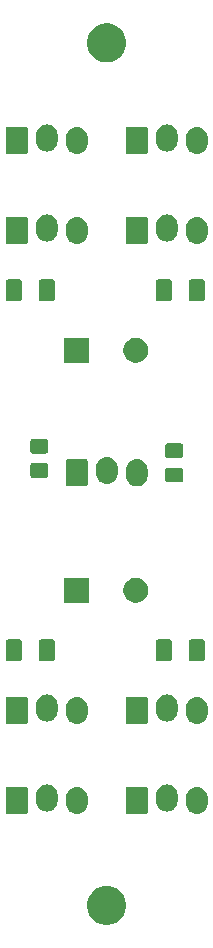
<source format=gbr>
G04 #@! TF.GenerationSoftware,KiCad,Pcbnew,(5.1.5-0-10_14)*
G04 #@! TF.CreationDate,2020-11-05T18:46:50+01:00*
G04 #@! TF.ProjectId,vm000-powerdist,766d3030-302d-4706-9f77-657264697374,rev?*
G04 #@! TF.SameCoordinates,Original*
G04 #@! TF.FileFunction,Soldermask,Top*
G04 #@! TF.FilePolarity,Negative*
%FSLAX46Y46*%
G04 Gerber Fmt 4.6, Leading zero omitted, Abs format (unit mm)*
G04 Created by KiCad (PCBNEW (5.1.5-0-10_14)) date 2020-11-05 18:46:50*
%MOMM*%
%LPD*%
G04 APERTURE LIST*
%ADD10C,0.100000*%
G04 APERTURE END LIST*
D10*
G36*
X162935256Y-124121298D02*
G01*
X163041579Y-124142447D01*
X163342042Y-124266903D01*
X163612451Y-124447585D01*
X163842415Y-124677549D01*
X164023097Y-124947958D01*
X164147553Y-125248421D01*
X164211000Y-125567391D01*
X164211000Y-125892609D01*
X164147553Y-126211579D01*
X164023097Y-126512042D01*
X163842415Y-126782451D01*
X163612451Y-127012415D01*
X163342042Y-127193097D01*
X163041579Y-127317553D01*
X162935256Y-127338702D01*
X162722611Y-127381000D01*
X162397389Y-127381000D01*
X162184744Y-127338702D01*
X162078421Y-127317553D01*
X161777958Y-127193097D01*
X161507549Y-127012415D01*
X161277585Y-126782451D01*
X161096903Y-126512042D01*
X160972447Y-126211579D01*
X160909000Y-125892609D01*
X160909000Y-125567391D01*
X160972447Y-125248421D01*
X161096903Y-124947958D01*
X161277585Y-124677549D01*
X161507549Y-124447585D01*
X161777958Y-124266903D01*
X162078421Y-124142447D01*
X162184744Y-124121298D01*
X162397389Y-124079000D01*
X162722611Y-124079000D01*
X162935256Y-124121298D01*
G37*
G36*
X170360547Y-115702326D02*
G01*
X170534156Y-115754990D01*
X170534158Y-115754991D01*
X170694155Y-115840511D01*
X170834397Y-115955603D01*
X170913729Y-116052271D01*
X170949489Y-116095844D01*
X171035010Y-116255843D01*
X171087674Y-116429452D01*
X171101000Y-116564756D01*
X171101000Y-117115243D01*
X171087674Y-117250548D01*
X171035010Y-117424157D01*
X170949489Y-117584156D01*
X170913729Y-117627729D01*
X170834397Y-117724397D01*
X170747810Y-117795456D01*
X170694156Y-117839489D01*
X170534157Y-117925010D01*
X170360548Y-117977674D01*
X170180000Y-117995456D01*
X169999453Y-117977674D01*
X169825844Y-117925010D01*
X169665845Y-117839489D01*
X169612191Y-117795456D01*
X169525604Y-117724397D01*
X169410513Y-117584157D01*
X169410512Y-117584155D01*
X169324990Y-117424157D01*
X169272326Y-117250548D01*
X169259000Y-117115244D01*
X169259000Y-116564757D01*
X169272326Y-116429453D01*
X169324990Y-116255844D01*
X169410511Y-116095845D01*
X169443339Y-116055844D01*
X169525603Y-115955603D01*
X169651388Y-115852375D01*
X169665844Y-115840511D01*
X169825843Y-115754990D01*
X169999452Y-115702326D01*
X170180000Y-115684544D01*
X170360547Y-115702326D01*
G37*
G36*
X160200547Y-115702326D02*
G01*
X160374156Y-115754990D01*
X160374158Y-115754991D01*
X160534155Y-115840511D01*
X160674397Y-115955603D01*
X160753729Y-116052271D01*
X160789489Y-116095844D01*
X160875010Y-116255843D01*
X160927674Y-116429452D01*
X160941000Y-116564756D01*
X160941000Y-117115243D01*
X160927674Y-117250548D01*
X160875010Y-117424157D01*
X160789489Y-117584156D01*
X160753729Y-117627729D01*
X160674397Y-117724397D01*
X160587810Y-117795456D01*
X160534156Y-117839489D01*
X160374157Y-117925010D01*
X160200548Y-117977674D01*
X160020000Y-117995456D01*
X159839453Y-117977674D01*
X159665844Y-117925010D01*
X159505845Y-117839489D01*
X159452191Y-117795456D01*
X159365604Y-117724397D01*
X159250513Y-117584157D01*
X159250512Y-117584155D01*
X159164990Y-117424157D01*
X159112326Y-117250548D01*
X159099000Y-117115244D01*
X159099000Y-116564757D01*
X159112326Y-116429453D01*
X159164990Y-116255844D01*
X159250511Y-116095845D01*
X159283339Y-116055844D01*
X159365603Y-115955603D01*
X159491388Y-115852375D01*
X159505844Y-115840511D01*
X159665843Y-115754990D01*
X159839452Y-115702326D01*
X160020000Y-115684544D01*
X160200547Y-115702326D01*
G37*
G36*
X165879561Y-115692966D02*
G01*
X165912383Y-115702923D01*
X165942632Y-115719092D01*
X165969148Y-115740852D01*
X165990908Y-115767368D01*
X166007077Y-115797617D01*
X166017034Y-115830439D01*
X166021000Y-115870713D01*
X166021000Y-117809287D01*
X166017034Y-117849561D01*
X166007077Y-117882383D01*
X165990908Y-117912632D01*
X165969148Y-117939148D01*
X165942632Y-117960908D01*
X165912383Y-117977077D01*
X165879561Y-117987034D01*
X165839287Y-117991000D01*
X164360713Y-117991000D01*
X164320439Y-117987034D01*
X164287617Y-117977077D01*
X164257368Y-117960908D01*
X164230852Y-117939148D01*
X164209092Y-117912632D01*
X164192923Y-117882383D01*
X164182966Y-117849561D01*
X164179000Y-117809287D01*
X164179000Y-115870713D01*
X164182966Y-115830439D01*
X164192923Y-115797617D01*
X164209092Y-115767368D01*
X164230852Y-115740852D01*
X164257368Y-115719092D01*
X164287617Y-115702923D01*
X164320439Y-115692966D01*
X164360713Y-115689000D01*
X165839287Y-115689000D01*
X165879561Y-115692966D01*
G37*
G36*
X155719561Y-115692966D02*
G01*
X155752383Y-115702923D01*
X155782632Y-115719092D01*
X155809148Y-115740852D01*
X155830908Y-115767368D01*
X155847077Y-115797617D01*
X155857034Y-115830439D01*
X155861000Y-115870713D01*
X155861000Y-117809287D01*
X155857034Y-117849561D01*
X155847077Y-117882383D01*
X155830908Y-117912632D01*
X155809148Y-117939148D01*
X155782632Y-117960908D01*
X155752383Y-117977077D01*
X155719561Y-117987034D01*
X155679287Y-117991000D01*
X154200713Y-117991000D01*
X154160439Y-117987034D01*
X154127617Y-117977077D01*
X154097368Y-117960908D01*
X154070852Y-117939148D01*
X154049092Y-117912632D01*
X154032923Y-117882383D01*
X154022966Y-117849561D01*
X154019000Y-117809287D01*
X154019000Y-115870713D01*
X154022966Y-115830439D01*
X154032923Y-115797617D01*
X154049092Y-115767368D01*
X154070852Y-115740852D01*
X154097368Y-115719092D01*
X154127617Y-115702923D01*
X154160439Y-115692966D01*
X154200713Y-115689000D01*
X155679287Y-115689000D01*
X155719561Y-115692966D01*
G37*
G36*
X157660547Y-115502326D02*
G01*
X157834156Y-115554990D01*
X157834158Y-115554991D01*
X157994155Y-115640511D01*
X158134397Y-115755603D01*
X158195812Y-115830439D01*
X158249489Y-115895844D01*
X158335010Y-116055843D01*
X158387674Y-116229452D01*
X158401000Y-116364756D01*
X158401000Y-116915243D01*
X158387674Y-117050548D01*
X158335010Y-117224157D01*
X158249489Y-117384156D01*
X158216661Y-117424157D01*
X158134397Y-117524397D01*
X158061579Y-117584156D01*
X157994156Y-117639489D01*
X157834157Y-117725010D01*
X157660548Y-117777674D01*
X157480000Y-117795456D01*
X157299453Y-117777674D01*
X157125844Y-117725010D01*
X156965845Y-117639489D01*
X156898422Y-117584156D01*
X156825604Y-117524397D01*
X156710513Y-117384157D01*
X156710512Y-117384155D01*
X156624990Y-117224157D01*
X156572326Y-117050548D01*
X156559000Y-116915244D01*
X156559000Y-116364757D01*
X156572326Y-116229453D01*
X156624990Y-116055844D01*
X156710511Y-115895845D01*
X156731136Y-115870713D01*
X156825603Y-115755603D01*
X156922271Y-115676271D01*
X156965844Y-115640511D01*
X157125843Y-115554990D01*
X157299452Y-115502326D01*
X157480000Y-115484544D01*
X157660547Y-115502326D01*
G37*
G36*
X167820547Y-115502326D02*
G01*
X167994156Y-115554990D01*
X167994158Y-115554991D01*
X168154155Y-115640511D01*
X168294397Y-115755603D01*
X168355812Y-115830439D01*
X168409489Y-115895844D01*
X168495010Y-116055843D01*
X168547674Y-116229452D01*
X168561000Y-116364756D01*
X168561000Y-116915243D01*
X168547674Y-117050548D01*
X168495010Y-117224157D01*
X168409489Y-117384156D01*
X168376661Y-117424157D01*
X168294397Y-117524397D01*
X168221579Y-117584156D01*
X168154156Y-117639489D01*
X167994157Y-117725010D01*
X167820548Y-117777674D01*
X167640000Y-117795456D01*
X167459453Y-117777674D01*
X167285844Y-117725010D01*
X167125845Y-117639489D01*
X167058422Y-117584156D01*
X166985604Y-117524397D01*
X166870513Y-117384157D01*
X166870512Y-117384155D01*
X166784990Y-117224157D01*
X166732326Y-117050548D01*
X166719000Y-116915244D01*
X166719000Y-116364757D01*
X166732326Y-116229453D01*
X166784990Y-116055844D01*
X166870511Y-115895845D01*
X166891136Y-115870713D01*
X166985603Y-115755603D01*
X167082271Y-115676271D01*
X167125844Y-115640511D01*
X167285843Y-115554990D01*
X167459452Y-115502326D01*
X167640000Y-115484544D01*
X167820547Y-115502326D01*
G37*
G36*
X160200547Y-108082326D02*
G01*
X160374156Y-108134990D01*
X160374158Y-108134991D01*
X160534155Y-108220511D01*
X160674397Y-108335603D01*
X160753729Y-108432271D01*
X160789489Y-108475844D01*
X160875010Y-108635843D01*
X160927674Y-108809452D01*
X160941000Y-108944756D01*
X160941000Y-109495243D01*
X160927674Y-109630548D01*
X160875010Y-109804157D01*
X160789489Y-109964156D01*
X160753729Y-110007729D01*
X160674397Y-110104397D01*
X160587810Y-110175456D01*
X160534156Y-110219489D01*
X160374157Y-110305010D01*
X160200548Y-110357674D01*
X160020000Y-110375456D01*
X159839453Y-110357674D01*
X159665844Y-110305010D01*
X159505845Y-110219489D01*
X159452191Y-110175456D01*
X159365604Y-110104397D01*
X159250513Y-109964157D01*
X159250512Y-109964155D01*
X159164990Y-109804157D01*
X159112326Y-109630548D01*
X159099000Y-109495244D01*
X159099000Y-108944757D01*
X159112326Y-108809453D01*
X159164990Y-108635844D01*
X159250511Y-108475845D01*
X159283339Y-108435844D01*
X159365603Y-108335603D01*
X159491388Y-108232375D01*
X159505844Y-108220511D01*
X159665843Y-108134990D01*
X159839452Y-108082326D01*
X160020000Y-108064544D01*
X160200547Y-108082326D01*
G37*
G36*
X170360547Y-108082326D02*
G01*
X170534156Y-108134990D01*
X170534158Y-108134991D01*
X170694155Y-108220511D01*
X170834397Y-108335603D01*
X170913729Y-108432271D01*
X170949489Y-108475844D01*
X171035010Y-108635843D01*
X171087674Y-108809452D01*
X171101000Y-108944756D01*
X171101000Y-109495243D01*
X171087674Y-109630548D01*
X171035010Y-109804157D01*
X170949489Y-109964156D01*
X170913729Y-110007729D01*
X170834397Y-110104397D01*
X170747810Y-110175456D01*
X170694156Y-110219489D01*
X170534157Y-110305010D01*
X170360548Y-110357674D01*
X170180000Y-110375456D01*
X169999453Y-110357674D01*
X169825844Y-110305010D01*
X169665845Y-110219489D01*
X169612191Y-110175456D01*
X169525604Y-110104397D01*
X169410513Y-109964157D01*
X169410512Y-109964155D01*
X169324990Y-109804157D01*
X169272326Y-109630548D01*
X169259000Y-109495244D01*
X169259000Y-108944757D01*
X169272326Y-108809453D01*
X169324990Y-108635844D01*
X169410511Y-108475845D01*
X169443339Y-108435844D01*
X169525603Y-108335603D01*
X169651388Y-108232375D01*
X169665844Y-108220511D01*
X169825843Y-108134990D01*
X169999452Y-108082326D01*
X170180000Y-108064544D01*
X170360547Y-108082326D01*
G37*
G36*
X165879561Y-108072966D02*
G01*
X165912383Y-108082923D01*
X165942632Y-108099092D01*
X165969148Y-108120852D01*
X165990908Y-108147368D01*
X166007077Y-108177617D01*
X166017034Y-108210439D01*
X166021000Y-108250713D01*
X166021000Y-110189287D01*
X166017034Y-110229561D01*
X166007077Y-110262383D01*
X165990908Y-110292632D01*
X165969148Y-110319148D01*
X165942632Y-110340908D01*
X165912383Y-110357077D01*
X165879561Y-110367034D01*
X165839287Y-110371000D01*
X164360713Y-110371000D01*
X164320439Y-110367034D01*
X164287617Y-110357077D01*
X164257368Y-110340908D01*
X164230852Y-110319148D01*
X164209092Y-110292632D01*
X164192923Y-110262383D01*
X164182966Y-110229561D01*
X164179000Y-110189287D01*
X164179000Y-108250713D01*
X164182966Y-108210439D01*
X164192923Y-108177617D01*
X164209092Y-108147368D01*
X164230852Y-108120852D01*
X164257368Y-108099092D01*
X164287617Y-108082923D01*
X164320439Y-108072966D01*
X164360713Y-108069000D01*
X165839287Y-108069000D01*
X165879561Y-108072966D01*
G37*
G36*
X155719561Y-108072966D02*
G01*
X155752383Y-108082923D01*
X155782632Y-108099092D01*
X155809148Y-108120852D01*
X155830908Y-108147368D01*
X155847077Y-108177617D01*
X155857034Y-108210439D01*
X155861000Y-108250713D01*
X155861000Y-110189287D01*
X155857034Y-110229561D01*
X155847077Y-110262383D01*
X155830908Y-110292632D01*
X155809148Y-110319148D01*
X155782632Y-110340908D01*
X155752383Y-110357077D01*
X155719561Y-110367034D01*
X155679287Y-110371000D01*
X154200713Y-110371000D01*
X154160439Y-110367034D01*
X154127617Y-110357077D01*
X154097368Y-110340908D01*
X154070852Y-110319148D01*
X154049092Y-110292632D01*
X154032923Y-110262383D01*
X154022966Y-110229561D01*
X154019000Y-110189287D01*
X154019000Y-108250713D01*
X154022966Y-108210439D01*
X154032923Y-108177617D01*
X154049092Y-108147368D01*
X154070852Y-108120852D01*
X154097368Y-108099092D01*
X154127617Y-108082923D01*
X154160439Y-108072966D01*
X154200713Y-108069000D01*
X155679287Y-108069000D01*
X155719561Y-108072966D01*
G37*
G36*
X157660547Y-107882326D02*
G01*
X157834156Y-107934990D01*
X157834158Y-107934991D01*
X157994155Y-108020511D01*
X158134397Y-108135603D01*
X158195812Y-108210439D01*
X158249489Y-108275844D01*
X158335010Y-108435843D01*
X158387674Y-108609452D01*
X158401000Y-108744756D01*
X158401000Y-109295243D01*
X158387674Y-109430548D01*
X158335010Y-109604157D01*
X158249489Y-109764156D01*
X158216661Y-109804157D01*
X158134397Y-109904397D01*
X158061579Y-109964156D01*
X157994156Y-110019489D01*
X157834157Y-110105010D01*
X157660548Y-110157674D01*
X157480000Y-110175456D01*
X157299453Y-110157674D01*
X157125844Y-110105010D01*
X156965845Y-110019489D01*
X156898422Y-109964156D01*
X156825604Y-109904397D01*
X156710513Y-109764157D01*
X156710512Y-109764155D01*
X156624990Y-109604157D01*
X156572326Y-109430548D01*
X156559000Y-109295244D01*
X156559000Y-108744757D01*
X156572326Y-108609453D01*
X156624990Y-108435844D01*
X156710511Y-108275845D01*
X156731136Y-108250713D01*
X156825603Y-108135603D01*
X156922271Y-108056271D01*
X156965844Y-108020511D01*
X157125843Y-107934990D01*
X157299452Y-107882326D01*
X157480000Y-107864544D01*
X157660547Y-107882326D01*
G37*
G36*
X167820547Y-107882326D02*
G01*
X167994156Y-107934990D01*
X167994158Y-107934991D01*
X168154155Y-108020511D01*
X168294397Y-108135603D01*
X168355812Y-108210439D01*
X168409489Y-108275844D01*
X168495010Y-108435843D01*
X168547674Y-108609452D01*
X168561000Y-108744756D01*
X168561000Y-109295243D01*
X168547674Y-109430548D01*
X168495010Y-109604157D01*
X168409489Y-109764156D01*
X168376661Y-109804157D01*
X168294397Y-109904397D01*
X168221579Y-109964156D01*
X168154156Y-110019489D01*
X167994157Y-110105010D01*
X167820548Y-110157674D01*
X167640000Y-110175456D01*
X167459453Y-110157674D01*
X167285844Y-110105010D01*
X167125845Y-110019489D01*
X167058422Y-109964156D01*
X166985604Y-109904397D01*
X166870513Y-109764157D01*
X166870512Y-109764155D01*
X166784990Y-109604157D01*
X166732326Y-109430548D01*
X166719000Y-109295244D01*
X166719000Y-108744757D01*
X166732326Y-108609453D01*
X166784990Y-108435844D01*
X166870511Y-108275845D01*
X166891136Y-108250713D01*
X166985603Y-108135603D01*
X167082271Y-108056271D01*
X167125844Y-108020511D01*
X167285843Y-107934990D01*
X167459452Y-107882326D01*
X167640000Y-107864544D01*
X167820547Y-107882326D01*
G37*
G36*
X157998604Y-103218347D02*
G01*
X158035144Y-103229432D01*
X158068821Y-103247433D01*
X158098341Y-103271659D01*
X158122567Y-103301179D01*
X158140568Y-103334856D01*
X158151653Y-103371396D01*
X158156000Y-103415538D01*
X158156000Y-104864462D01*
X158151653Y-104908604D01*
X158140568Y-104945144D01*
X158122567Y-104978821D01*
X158098341Y-105008341D01*
X158068821Y-105032567D01*
X158035144Y-105050568D01*
X157998604Y-105061653D01*
X157954462Y-105066000D01*
X157005538Y-105066000D01*
X156961396Y-105061653D01*
X156924856Y-105050568D01*
X156891179Y-105032567D01*
X156861659Y-105008341D01*
X156837433Y-104978821D01*
X156819432Y-104945144D01*
X156808347Y-104908604D01*
X156804000Y-104864462D01*
X156804000Y-103415538D01*
X156808347Y-103371396D01*
X156819432Y-103334856D01*
X156837433Y-103301179D01*
X156861659Y-103271659D01*
X156891179Y-103247433D01*
X156924856Y-103229432D01*
X156961396Y-103218347D01*
X157005538Y-103214000D01*
X157954462Y-103214000D01*
X157998604Y-103218347D01*
G37*
G36*
X167898604Y-103218347D02*
G01*
X167935144Y-103229432D01*
X167968821Y-103247433D01*
X167998341Y-103271659D01*
X168022567Y-103301179D01*
X168040568Y-103334856D01*
X168051653Y-103371396D01*
X168056000Y-103415538D01*
X168056000Y-104864462D01*
X168051653Y-104908604D01*
X168040568Y-104945144D01*
X168022567Y-104978821D01*
X167998341Y-105008341D01*
X167968821Y-105032567D01*
X167935144Y-105050568D01*
X167898604Y-105061653D01*
X167854462Y-105066000D01*
X166905538Y-105066000D01*
X166861396Y-105061653D01*
X166824856Y-105050568D01*
X166791179Y-105032567D01*
X166761659Y-105008341D01*
X166737433Y-104978821D01*
X166719432Y-104945144D01*
X166708347Y-104908604D01*
X166704000Y-104864462D01*
X166704000Y-103415538D01*
X166708347Y-103371396D01*
X166719432Y-103334856D01*
X166737433Y-103301179D01*
X166761659Y-103271659D01*
X166791179Y-103247433D01*
X166824856Y-103229432D01*
X166861396Y-103218347D01*
X166905538Y-103214000D01*
X167854462Y-103214000D01*
X167898604Y-103218347D01*
G37*
G36*
X170698604Y-103218347D02*
G01*
X170735144Y-103229432D01*
X170768821Y-103247433D01*
X170798341Y-103271659D01*
X170822567Y-103301179D01*
X170840568Y-103334856D01*
X170851653Y-103371396D01*
X170856000Y-103415538D01*
X170856000Y-104864462D01*
X170851653Y-104908604D01*
X170840568Y-104945144D01*
X170822567Y-104978821D01*
X170798341Y-105008341D01*
X170768821Y-105032567D01*
X170735144Y-105050568D01*
X170698604Y-105061653D01*
X170654462Y-105066000D01*
X169705538Y-105066000D01*
X169661396Y-105061653D01*
X169624856Y-105050568D01*
X169591179Y-105032567D01*
X169561659Y-105008341D01*
X169537433Y-104978821D01*
X169519432Y-104945144D01*
X169508347Y-104908604D01*
X169504000Y-104864462D01*
X169504000Y-103415538D01*
X169508347Y-103371396D01*
X169519432Y-103334856D01*
X169537433Y-103301179D01*
X169561659Y-103271659D01*
X169591179Y-103247433D01*
X169624856Y-103229432D01*
X169661396Y-103218347D01*
X169705538Y-103214000D01*
X170654462Y-103214000D01*
X170698604Y-103218347D01*
G37*
G36*
X155198604Y-103218347D02*
G01*
X155235144Y-103229432D01*
X155268821Y-103247433D01*
X155298341Y-103271659D01*
X155322567Y-103301179D01*
X155340568Y-103334856D01*
X155351653Y-103371396D01*
X155356000Y-103415538D01*
X155356000Y-104864462D01*
X155351653Y-104908604D01*
X155340568Y-104945144D01*
X155322567Y-104978821D01*
X155298341Y-105008341D01*
X155268821Y-105032567D01*
X155235144Y-105050568D01*
X155198604Y-105061653D01*
X155154462Y-105066000D01*
X154205538Y-105066000D01*
X154161396Y-105061653D01*
X154124856Y-105050568D01*
X154091179Y-105032567D01*
X154061659Y-105008341D01*
X154037433Y-104978821D01*
X154019432Y-104945144D01*
X154008347Y-104908604D01*
X154004000Y-104864462D01*
X154004000Y-103415538D01*
X154008347Y-103371396D01*
X154019432Y-103334856D01*
X154037433Y-103301179D01*
X154061659Y-103271659D01*
X154091179Y-103247433D01*
X154124856Y-103229432D01*
X154161396Y-103218347D01*
X154205538Y-103214000D01*
X155154462Y-103214000D01*
X155198604Y-103218347D01*
G37*
G36*
X161071000Y-100111000D02*
G01*
X158969000Y-100111000D01*
X158969000Y-98009000D01*
X161071000Y-98009000D01*
X161071000Y-100111000D01*
G37*
G36*
X165326564Y-98049389D02*
G01*
X165517833Y-98128615D01*
X165517835Y-98128616D01*
X165689973Y-98243635D01*
X165836365Y-98390027D01*
X165951385Y-98562167D01*
X166030611Y-98753436D01*
X166071000Y-98956484D01*
X166071000Y-99163516D01*
X166030611Y-99366564D01*
X165951385Y-99557833D01*
X165951384Y-99557835D01*
X165836365Y-99729973D01*
X165689973Y-99876365D01*
X165517835Y-99991384D01*
X165517834Y-99991385D01*
X165517833Y-99991385D01*
X165326564Y-100070611D01*
X165123516Y-100111000D01*
X164916484Y-100111000D01*
X164713436Y-100070611D01*
X164522167Y-99991385D01*
X164522166Y-99991385D01*
X164522165Y-99991384D01*
X164350027Y-99876365D01*
X164203635Y-99729973D01*
X164088616Y-99557835D01*
X164088615Y-99557833D01*
X164009389Y-99366564D01*
X163969000Y-99163516D01*
X163969000Y-98956484D01*
X164009389Y-98753436D01*
X164088615Y-98562167D01*
X164203635Y-98390027D01*
X164350027Y-98243635D01*
X164522165Y-98128616D01*
X164522167Y-98128615D01*
X164713436Y-98049389D01*
X164916484Y-98009000D01*
X165123516Y-98009000D01*
X165326564Y-98049389D01*
G37*
G36*
X165280547Y-87962326D02*
G01*
X165454156Y-88014990D01*
X165454158Y-88014991D01*
X165614155Y-88100511D01*
X165754397Y-88215603D01*
X165815369Y-88289899D01*
X165869489Y-88355844D01*
X165955010Y-88515843D01*
X166007674Y-88689452D01*
X166021000Y-88824756D01*
X166021000Y-89375243D01*
X166007674Y-89510548D01*
X165955010Y-89684157D01*
X165869489Y-89844156D01*
X165838813Y-89881534D01*
X165754397Y-89984397D01*
X165667810Y-90055456D01*
X165614156Y-90099489D01*
X165454157Y-90185010D01*
X165280548Y-90237674D01*
X165100000Y-90255456D01*
X164919453Y-90237674D01*
X164745844Y-90185010D01*
X164585845Y-90099489D01*
X164532191Y-90055456D01*
X164445604Y-89984397D01*
X164330513Y-89844157D01*
X164330512Y-89844155D01*
X164244990Y-89684157D01*
X164192326Y-89510548D01*
X164179000Y-89375244D01*
X164179000Y-88824757D01*
X164192326Y-88689453D01*
X164244990Y-88515844D01*
X164330511Y-88355845D01*
X164348888Y-88333452D01*
X164445603Y-88215603D01*
X164571388Y-88112375D01*
X164585844Y-88100511D01*
X164745843Y-88014990D01*
X164919452Y-87962326D01*
X165100000Y-87944544D01*
X165280547Y-87962326D01*
G37*
G36*
X160799561Y-87952966D02*
G01*
X160832383Y-87962923D01*
X160862632Y-87979092D01*
X160889148Y-88000852D01*
X160910908Y-88027368D01*
X160927077Y-88057617D01*
X160937034Y-88090439D01*
X160941000Y-88130713D01*
X160941000Y-90069287D01*
X160937034Y-90109561D01*
X160927077Y-90142383D01*
X160910908Y-90172632D01*
X160889148Y-90199148D01*
X160862632Y-90220908D01*
X160832383Y-90237077D01*
X160799561Y-90247034D01*
X160759287Y-90251000D01*
X159280713Y-90251000D01*
X159240439Y-90247034D01*
X159207617Y-90237077D01*
X159177368Y-90220908D01*
X159150852Y-90199148D01*
X159129092Y-90172632D01*
X159112923Y-90142383D01*
X159102966Y-90109561D01*
X159099000Y-90069287D01*
X159099000Y-88130713D01*
X159102966Y-88090439D01*
X159112923Y-88057617D01*
X159129092Y-88027368D01*
X159150852Y-88000852D01*
X159177368Y-87979092D01*
X159207617Y-87962923D01*
X159240439Y-87952966D01*
X159280713Y-87949000D01*
X160759287Y-87949000D01*
X160799561Y-87952966D01*
G37*
G36*
X162740547Y-87762326D02*
G01*
X162914156Y-87814990D01*
X162914158Y-87814991D01*
X163074155Y-87900511D01*
X163214397Y-88015603D01*
X163275812Y-88090439D01*
X163329489Y-88155844D01*
X163415010Y-88315843D01*
X163467674Y-88489452D01*
X163481000Y-88624756D01*
X163481000Y-89175243D01*
X163467674Y-89310548D01*
X163415010Y-89484157D01*
X163329489Y-89644156D01*
X163296661Y-89684157D01*
X163214397Y-89784397D01*
X163117729Y-89863729D01*
X163074156Y-89899489D01*
X162914157Y-89985010D01*
X162740548Y-90037674D01*
X162560000Y-90055456D01*
X162379453Y-90037674D01*
X162205844Y-89985010D01*
X162045845Y-89899489D01*
X162002272Y-89863729D01*
X161905604Y-89784397D01*
X161790513Y-89644157D01*
X161790512Y-89644155D01*
X161704990Y-89484157D01*
X161652326Y-89310548D01*
X161639000Y-89175244D01*
X161639000Y-88624757D01*
X161652326Y-88489453D01*
X161704990Y-88315844D01*
X161724561Y-88279230D01*
X161790511Y-88155845D01*
X161905603Y-88015603D01*
X162002271Y-87936271D01*
X162045844Y-87900511D01*
X162205843Y-87814990D01*
X162379452Y-87762326D01*
X162560000Y-87744544D01*
X162740547Y-87762326D01*
G37*
G36*
X168863674Y-88668465D02*
G01*
X168901367Y-88679899D01*
X168936103Y-88698466D01*
X168966548Y-88723452D01*
X168991534Y-88753897D01*
X169010101Y-88788633D01*
X169021535Y-88826326D01*
X169026000Y-88871661D01*
X169026000Y-89708339D01*
X169021535Y-89753674D01*
X169010101Y-89791367D01*
X168991534Y-89826103D01*
X168966548Y-89856548D01*
X168936103Y-89881534D01*
X168901367Y-89900101D01*
X168863674Y-89911535D01*
X168818339Y-89916000D01*
X167731661Y-89916000D01*
X167686326Y-89911535D01*
X167648633Y-89900101D01*
X167613897Y-89881534D01*
X167583452Y-89856548D01*
X167558466Y-89826103D01*
X167539899Y-89791367D01*
X167528465Y-89753674D01*
X167524000Y-89708339D01*
X167524000Y-88871661D01*
X167528465Y-88826326D01*
X167539899Y-88788633D01*
X167558466Y-88753897D01*
X167583452Y-88723452D01*
X167613897Y-88698466D01*
X167648633Y-88679899D01*
X167686326Y-88668465D01*
X167731661Y-88664000D01*
X168818339Y-88664000D01*
X168863674Y-88668465D01*
G37*
G36*
X157433674Y-88278465D02*
G01*
X157471367Y-88289899D01*
X157506103Y-88308466D01*
X157536548Y-88333452D01*
X157561534Y-88363897D01*
X157580101Y-88398633D01*
X157591535Y-88436326D01*
X157596000Y-88481661D01*
X157596000Y-89318339D01*
X157591535Y-89363674D01*
X157580101Y-89401367D01*
X157561534Y-89436103D01*
X157536548Y-89466548D01*
X157506103Y-89491534D01*
X157471367Y-89510101D01*
X157433674Y-89521535D01*
X157388339Y-89526000D01*
X156301661Y-89526000D01*
X156256326Y-89521535D01*
X156218633Y-89510101D01*
X156183897Y-89491534D01*
X156153452Y-89466548D01*
X156128466Y-89436103D01*
X156109899Y-89401367D01*
X156098465Y-89363674D01*
X156094000Y-89318339D01*
X156094000Y-88481661D01*
X156098465Y-88436326D01*
X156109899Y-88398633D01*
X156128466Y-88363897D01*
X156153452Y-88333452D01*
X156183897Y-88308466D01*
X156218633Y-88289899D01*
X156256326Y-88278465D01*
X156301661Y-88274000D01*
X157388339Y-88274000D01*
X157433674Y-88278465D01*
G37*
G36*
X168863674Y-86618465D02*
G01*
X168901367Y-86629899D01*
X168936103Y-86648466D01*
X168966548Y-86673452D01*
X168991534Y-86703897D01*
X169010101Y-86738633D01*
X169021535Y-86776326D01*
X169026000Y-86821661D01*
X169026000Y-87658339D01*
X169021535Y-87703674D01*
X169010101Y-87741367D01*
X168991534Y-87776103D01*
X168966548Y-87806548D01*
X168936103Y-87831534D01*
X168901367Y-87850101D01*
X168863674Y-87861535D01*
X168818339Y-87866000D01*
X167731661Y-87866000D01*
X167686326Y-87861535D01*
X167648633Y-87850101D01*
X167613897Y-87831534D01*
X167583452Y-87806548D01*
X167558466Y-87776103D01*
X167539899Y-87741367D01*
X167528465Y-87703674D01*
X167524000Y-87658339D01*
X167524000Y-86821661D01*
X167528465Y-86776326D01*
X167539899Y-86738633D01*
X167558466Y-86703897D01*
X167583452Y-86673452D01*
X167613897Y-86648466D01*
X167648633Y-86629899D01*
X167686326Y-86618465D01*
X167731661Y-86614000D01*
X168818339Y-86614000D01*
X168863674Y-86618465D01*
G37*
G36*
X157433674Y-86228465D02*
G01*
X157471367Y-86239899D01*
X157506103Y-86258466D01*
X157536548Y-86283452D01*
X157561534Y-86313897D01*
X157580101Y-86348633D01*
X157591535Y-86386326D01*
X157596000Y-86431661D01*
X157596000Y-87268339D01*
X157591535Y-87313674D01*
X157580101Y-87351367D01*
X157561534Y-87386103D01*
X157536548Y-87416548D01*
X157506103Y-87441534D01*
X157471367Y-87460101D01*
X157433674Y-87471535D01*
X157388339Y-87476000D01*
X156301661Y-87476000D01*
X156256326Y-87471535D01*
X156218633Y-87460101D01*
X156183897Y-87441534D01*
X156153452Y-87416548D01*
X156128466Y-87386103D01*
X156109899Y-87351367D01*
X156098465Y-87313674D01*
X156094000Y-87268339D01*
X156094000Y-86431661D01*
X156098465Y-86386326D01*
X156109899Y-86348633D01*
X156128466Y-86313897D01*
X156153452Y-86283452D01*
X156183897Y-86258466D01*
X156218633Y-86239899D01*
X156256326Y-86228465D01*
X156301661Y-86224000D01*
X157388339Y-86224000D01*
X157433674Y-86228465D01*
G37*
G36*
X161071000Y-79791000D02*
G01*
X158969000Y-79791000D01*
X158969000Y-77689000D01*
X161071000Y-77689000D01*
X161071000Y-79791000D01*
G37*
G36*
X165326564Y-77729389D02*
G01*
X165517833Y-77808615D01*
X165517835Y-77808616D01*
X165689973Y-77923635D01*
X165836365Y-78070027D01*
X165951385Y-78242167D01*
X166030611Y-78433436D01*
X166071000Y-78636484D01*
X166071000Y-78843516D01*
X166030611Y-79046564D01*
X165951385Y-79237833D01*
X165951384Y-79237835D01*
X165836365Y-79409973D01*
X165689973Y-79556365D01*
X165517835Y-79671384D01*
X165517834Y-79671385D01*
X165517833Y-79671385D01*
X165326564Y-79750611D01*
X165123516Y-79791000D01*
X164916484Y-79791000D01*
X164713436Y-79750611D01*
X164522167Y-79671385D01*
X164522166Y-79671385D01*
X164522165Y-79671384D01*
X164350027Y-79556365D01*
X164203635Y-79409973D01*
X164088616Y-79237835D01*
X164088615Y-79237833D01*
X164009389Y-79046564D01*
X163969000Y-78843516D01*
X163969000Y-78636484D01*
X164009389Y-78433436D01*
X164088615Y-78242167D01*
X164203635Y-78070027D01*
X164350027Y-77923635D01*
X164522165Y-77808616D01*
X164522167Y-77808615D01*
X164713436Y-77729389D01*
X164916484Y-77689000D01*
X165123516Y-77689000D01*
X165326564Y-77729389D01*
G37*
G36*
X155198604Y-72738347D02*
G01*
X155235144Y-72749432D01*
X155268821Y-72767433D01*
X155298341Y-72791659D01*
X155322567Y-72821179D01*
X155340568Y-72854856D01*
X155351653Y-72891396D01*
X155356000Y-72935538D01*
X155356000Y-74384462D01*
X155351653Y-74428604D01*
X155340568Y-74465144D01*
X155322567Y-74498821D01*
X155298341Y-74528341D01*
X155268821Y-74552567D01*
X155235144Y-74570568D01*
X155198604Y-74581653D01*
X155154462Y-74586000D01*
X154205538Y-74586000D01*
X154161396Y-74581653D01*
X154124856Y-74570568D01*
X154091179Y-74552567D01*
X154061659Y-74528341D01*
X154037433Y-74498821D01*
X154019432Y-74465144D01*
X154008347Y-74428604D01*
X154004000Y-74384462D01*
X154004000Y-72935538D01*
X154008347Y-72891396D01*
X154019432Y-72854856D01*
X154037433Y-72821179D01*
X154061659Y-72791659D01*
X154091179Y-72767433D01*
X154124856Y-72749432D01*
X154161396Y-72738347D01*
X154205538Y-72734000D01*
X155154462Y-72734000D01*
X155198604Y-72738347D01*
G37*
G36*
X157998604Y-72738347D02*
G01*
X158035144Y-72749432D01*
X158068821Y-72767433D01*
X158098341Y-72791659D01*
X158122567Y-72821179D01*
X158140568Y-72854856D01*
X158151653Y-72891396D01*
X158156000Y-72935538D01*
X158156000Y-74384462D01*
X158151653Y-74428604D01*
X158140568Y-74465144D01*
X158122567Y-74498821D01*
X158098341Y-74528341D01*
X158068821Y-74552567D01*
X158035144Y-74570568D01*
X157998604Y-74581653D01*
X157954462Y-74586000D01*
X157005538Y-74586000D01*
X156961396Y-74581653D01*
X156924856Y-74570568D01*
X156891179Y-74552567D01*
X156861659Y-74528341D01*
X156837433Y-74498821D01*
X156819432Y-74465144D01*
X156808347Y-74428604D01*
X156804000Y-74384462D01*
X156804000Y-72935538D01*
X156808347Y-72891396D01*
X156819432Y-72854856D01*
X156837433Y-72821179D01*
X156861659Y-72791659D01*
X156891179Y-72767433D01*
X156924856Y-72749432D01*
X156961396Y-72738347D01*
X157005538Y-72734000D01*
X157954462Y-72734000D01*
X157998604Y-72738347D01*
G37*
G36*
X170698604Y-72738347D02*
G01*
X170735144Y-72749432D01*
X170768821Y-72767433D01*
X170798341Y-72791659D01*
X170822567Y-72821179D01*
X170840568Y-72854856D01*
X170851653Y-72891396D01*
X170856000Y-72935538D01*
X170856000Y-74384462D01*
X170851653Y-74428604D01*
X170840568Y-74465144D01*
X170822567Y-74498821D01*
X170798341Y-74528341D01*
X170768821Y-74552567D01*
X170735144Y-74570568D01*
X170698604Y-74581653D01*
X170654462Y-74586000D01*
X169705538Y-74586000D01*
X169661396Y-74581653D01*
X169624856Y-74570568D01*
X169591179Y-74552567D01*
X169561659Y-74528341D01*
X169537433Y-74498821D01*
X169519432Y-74465144D01*
X169508347Y-74428604D01*
X169504000Y-74384462D01*
X169504000Y-72935538D01*
X169508347Y-72891396D01*
X169519432Y-72854856D01*
X169537433Y-72821179D01*
X169561659Y-72791659D01*
X169591179Y-72767433D01*
X169624856Y-72749432D01*
X169661396Y-72738347D01*
X169705538Y-72734000D01*
X170654462Y-72734000D01*
X170698604Y-72738347D01*
G37*
G36*
X167898604Y-72738347D02*
G01*
X167935144Y-72749432D01*
X167968821Y-72767433D01*
X167998341Y-72791659D01*
X168022567Y-72821179D01*
X168040568Y-72854856D01*
X168051653Y-72891396D01*
X168056000Y-72935538D01*
X168056000Y-74384462D01*
X168051653Y-74428604D01*
X168040568Y-74465144D01*
X168022567Y-74498821D01*
X167998341Y-74528341D01*
X167968821Y-74552567D01*
X167935144Y-74570568D01*
X167898604Y-74581653D01*
X167854462Y-74586000D01*
X166905538Y-74586000D01*
X166861396Y-74581653D01*
X166824856Y-74570568D01*
X166791179Y-74552567D01*
X166761659Y-74528341D01*
X166737433Y-74498821D01*
X166719432Y-74465144D01*
X166708347Y-74428604D01*
X166704000Y-74384462D01*
X166704000Y-72935538D01*
X166708347Y-72891396D01*
X166719432Y-72854856D01*
X166737433Y-72821179D01*
X166761659Y-72791659D01*
X166791179Y-72767433D01*
X166824856Y-72749432D01*
X166861396Y-72738347D01*
X166905538Y-72734000D01*
X167854462Y-72734000D01*
X167898604Y-72738347D01*
G37*
G36*
X170360547Y-67442326D02*
G01*
X170534156Y-67494990D01*
X170534158Y-67494991D01*
X170694155Y-67580511D01*
X170834397Y-67695603D01*
X170913729Y-67792271D01*
X170949489Y-67835844D01*
X171035010Y-67995843D01*
X171087674Y-68169452D01*
X171101000Y-68304756D01*
X171101000Y-68855243D01*
X171087674Y-68990548D01*
X171035010Y-69164157D01*
X170949489Y-69324156D01*
X170913729Y-69367729D01*
X170834397Y-69464397D01*
X170747810Y-69535456D01*
X170694156Y-69579489D01*
X170534157Y-69665010D01*
X170360548Y-69717674D01*
X170180000Y-69735456D01*
X169999453Y-69717674D01*
X169825844Y-69665010D01*
X169665845Y-69579489D01*
X169612191Y-69535456D01*
X169525604Y-69464397D01*
X169410513Y-69324157D01*
X169410512Y-69324155D01*
X169324990Y-69164157D01*
X169272326Y-68990548D01*
X169259000Y-68855244D01*
X169259000Y-68304757D01*
X169272326Y-68169453D01*
X169324990Y-67995844D01*
X169410511Y-67835845D01*
X169443339Y-67795844D01*
X169525603Y-67695603D01*
X169651388Y-67592375D01*
X169665844Y-67580511D01*
X169825843Y-67494990D01*
X169999452Y-67442326D01*
X170180000Y-67424544D01*
X170360547Y-67442326D01*
G37*
G36*
X160200547Y-67442326D02*
G01*
X160374156Y-67494990D01*
X160374158Y-67494991D01*
X160534155Y-67580511D01*
X160674397Y-67695603D01*
X160753729Y-67792271D01*
X160789489Y-67835844D01*
X160875010Y-67995843D01*
X160927674Y-68169452D01*
X160941000Y-68304756D01*
X160941000Y-68855243D01*
X160927674Y-68990548D01*
X160875010Y-69164157D01*
X160789489Y-69324156D01*
X160753729Y-69367729D01*
X160674397Y-69464397D01*
X160587810Y-69535456D01*
X160534156Y-69579489D01*
X160374157Y-69665010D01*
X160200548Y-69717674D01*
X160020000Y-69735456D01*
X159839453Y-69717674D01*
X159665844Y-69665010D01*
X159505845Y-69579489D01*
X159452191Y-69535456D01*
X159365604Y-69464397D01*
X159250513Y-69324157D01*
X159250512Y-69324155D01*
X159164990Y-69164157D01*
X159112326Y-68990548D01*
X159099000Y-68855244D01*
X159099000Y-68304757D01*
X159112326Y-68169453D01*
X159164990Y-67995844D01*
X159250511Y-67835845D01*
X159283339Y-67795844D01*
X159365603Y-67695603D01*
X159491388Y-67592375D01*
X159505844Y-67580511D01*
X159665843Y-67494990D01*
X159839452Y-67442326D01*
X160020000Y-67424544D01*
X160200547Y-67442326D01*
G37*
G36*
X165879561Y-67432966D02*
G01*
X165912383Y-67442923D01*
X165942632Y-67459092D01*
X165969148Y-67480852D01*
X165990908Y-67507368D01*
X166007077Y-67537617D01*
X166017034Y-67570439D01*
X166021000Y-67610713D01*
X166021000Y-69549287D01*
X166017034Y-69589561D01*
X166007077Y-69622383D01*
X165990908Y-69652632D01*
X165969148Y-69679148D01*
X165942632Y-69700908D01*
X165912383Y-69717077D01*
X165879561Y-69727034D01*
X165839287Y-69731000D01*
X164360713Y-69731000D01*
X164320439Y-69727034D01*
X164287617Y-69717077D01*
X164257368Y-69700908D01*
X164230852Y-69679148D01*
X164209092Y-69652632D01*
X164192923Y-69622383D01*
X164182966Y-69589561D01*
X164179000Y-69549287D01*
X164179000Y-67610713D01*
X164182966Y-67570439D01*
X164192923Y-67537617D01*
X164209092Y-67507368D01*
X164230852Y-67480852D01*
X164257368Y-67459092D01*
X164287617Y-67442923D01*
X164320439Y-67432966D01*
X164360713Y-67429000D01*
X165839287Y-67429000D01*
X165879561Y-67432966D01*
G37*
G36*
X155719561Y-67432966D02*
G01*
X155752383Y-67442923D01*
X155782632Y-67459092D01*
X155809148Y-67480852D01*
X155830908Y-67507368D01*
X155847077Y-67537617D01*
X155857034Y-67570439D01*
X155861000Y-67610713D01*
X155861000Y-69549287D01*
X155857034Y-69589561D01*
X155847077Y-69622383D01*
X155830908Y-69652632D01*
X155809148Y-69679148D01*
X155782632Y-69700908D01*
X155752383Y-69717077D01*
X155719561Y-69727034D01*
X155679287Y-69731000D01*
X154200713Y-69731000D01*
X154160439Y-69727034D01*
X154127617Y-69717077D01*
X154097368Y-69700908D01*
X154070852Y-69679148D01*
X154049092Y-69652632D01*
X154032923Y-69622383D01*
X154022966Y-69589561D01*
X154019000Y-69549287D01*
X154019000Y-67610713D01*
X154022966Y-67570439D01*
X154032923Y-67537617D01*
X154049092Y-67507368D01*
X154070852Y-67480852D01*
X154097368Y-67459092D01*
X154127617Y-67442923D01*
X154160439Y-67432966D01*
X154200713Y-67429000D01*
X155679287Y-67429000D01*
X155719561Y-67432966D01*
G37*
G36*
X167820547Y-67242326D02*
G01*
X167994156Y-67294990D01*
X167994158Y-67294991D01*
X168154155Y-67380511D01*
X168294397Y-67495603D01*
X168355812Y-67570439D01*
X168409489Y-67635844D01*
X168495010Y-67795843D01*
X168547674Y-67969452D01*
X168561000Y-68104756D01*
X168561000Y-68655243D01*
X168547674Y-68790548D01*
X168495010Y-68964157D01*
X168409489Y-69124156D01*
X168376661Y-69164157D01*
X168294397Y-69264397D01*
X168221579Y-69324156D01*
X168154156Y-69379489D01*
X167994157Y-69465010D01*
X167820548Y-69517674D01*
X167640000Y-69535456D01*
X167459453Y-69517674D01*
X167285844Y-69465010D01*
X167125845Y-69379489D01*
X167058422Y-69324156D01*
X166985604Y-69264397D01*
X166870513Y-69124157D01*
X166870512Y-69124155D01*
X166784990Y-68964157D01*
X166732326Y-68790548D01*
X166719000Y-68655244D01*
X166719000Y-68104757D01*
X166732326Y-67969453D01*
X166784990Y-67795844D01*
X166870511Y-67635845D01*
X166891136Y-67610713D01*
X166985603Y-67495603D01*
X167082271Y-67416271D01*
X167125844Y-67380511D01*
X167285843Y-67294990D01*
X167459452Y-67242326D01*
X167640000Y-67224544D01*
X167820547Y-67242326D01*
G37*
G36*
X157660547Y-67242326D02*
G01*
X157834156Y-67294990D01*
X157834158Y-67294991D01*
X157994155Y-67380511D01*
X158134397Y-67495603D01*
X158195812Y-67570439D01*
X158249489Y-67635844D01*
X158335010Y-67795843D01*
X158387674Y-67969452D01*
X158401000Y-68104756D01*
X158401000Y-68655243D01*
X158387674Y-68790548D01*
X158335010Y-68964157D01*
X158249489Y-69124156D01*
X158216661Y-69164157D01*
X158134397Y-69264397D01*
X158061579Y-69324156D01*
X157994156Y-69379489D01*
X157834157Y-69465010D01*
X157660548Y-69517674D01*
X157480000Y-69535456D01*
X157299453Y-69517674D01*
X157125844Y-69465010D01*
X156965845Y-69379489D01*
X156898422Y-69324156D01*
X156825604Y-69264397D01*
X156710513Y-69124157D01*
X156710512Y-69124155D01*
X156624990Y-68964157D01*
X156572326Y-68790548D01*
X156559000Y-68655244D01*
X156559000Y-68104757D01*
X156572326Y-67969453D01*
X156624990Y-67795844D01*
X156710511Y-67635845D01*
X156731136Y-67610713D01*
X156825603Y-67495603D01*
X156922271Y-67416271D01*
X156965844Y-67380511D01*
X157125843Y-67294990D01*
X157299452Y-67242326D01*
X157480000Y-67224544D01*
X157660547Y-67242326D01*
G37*
G36*
X170360547Y-59822326D02*
G01*
X170534156Y-59874990D01*
X170534158Y-59874991D01*
X170694155Y-59960511D01*
X170834397Y-60075603D01*
X170913729Y-60172271D01*
X170949489Y-60215844D01*
X171035010Y-60375843D01*
X171087674Y-60549452D01*
X171101000Y-60684756D01*
X171101000Y-61235243D01*
X171087674Y-61370548D01*
X171035010Y-61544157D01*
X170949489Y-61704156D01*
X170913729Y-61747729D01*
X170834397Y-61844397D01*
X170747810Y-61915456D01*
X170694156Y-61959489D01*
X170534157Y-62045010D01*
X170360548Y-62097674D01*
X170180000Y-62115456D01*
X169999453Y-62097674D01*
X169825844Y-62045010D01*
X169665845Y-61959489D01*
X169612191Y-61915456D01*
X169525604Y-61844397D01*
X169410513Y-61704157D01*
X169410512Y-61704155D01*
X169324990Y-61544157D01*
X169272326Y-61370548D01*
X169259000Y-61235244D01*
X169259000Y-60684757D01*
X169272326Y-60549453D01*
X169324990Y-60375844D01*
X169410511Y-60215845D01*
X169443339Y-60175844D01*
X169525603Y-60075603D01*
X169651388Y-59972375D01*
X169665844Y-59960511D01*
X169825843Y-59874990D01*
X169999452Y-59822326D01*
X170180000Y-59804544D01*
X170360547Y-59822326D01*
G37*
G36*
X160200547Y-59822326D02*
G01*
X160374156Y-59874990D01*
X160374158Y-59874991D01*
X160534155Y-59960511D01*
X160674397Y-60075603D01*
X160753729Y-60172271D01*
X160789489Y-60215844D01*
X160875010Y-60375843D01*
X160927674Y-60549452D01*
X160941000Y-60684756D01*
X160941000Y-61235243D01*
X160927674Y-61370548D01*
X160875010Y-61544157D01*
X160789489Y-61704156D01*
X160753729Y-61747729D01*
X160674397Y-61844397D01*
X160587810Y-61915456D01*
X160534156Y-61959489D01*
X160374157Y-62045010D01*
X160200548Y-62097674D01*
X160020000Y-62115456D01*
X159839453Y-62097674D01*
X159665844Y-62045010D01*
X159505845Y-61959489D01*
X159452191Y-61915456D01*
X159365604Y-61844397D01*
X159250513Y-61704157D01*
X159250512Y-61704155D01*
X159164990Y-61544157D01*
X159112326Y-61370548D01*
X159099000Y-61235244D01*
X159099000Y-60684757D01*
X159112326Y-60549453D01*
X159164990Y-60375844D01*
X159250511Y-60215845D01*
X159283339Y-60175844D01*
X159365603Y-60075603D01*
X159491388Y-59972375D01*
X159505844Y-59960511D01*
X159665843Y-59874990D01*
X159839452Y-59822326D01*
X160020000Y-59804544D01*
X160200547Y-59822326D01*
G37*
G36*
X165879561Y-59812966D02*
G01*
X165912383Y-59822923D01*
X165942632Y-59839092D01*
X165969148Y-59860852D01*
X165990908Y-59887368D01*
X166007077Y-59917617D01*
X166017034Y-59950439D01*
X166021000Y-59990713D01*
X166021000Y-61929287D01*
X166017034Y-61969561D01*
X166007077Y-62002383D01*
X165990908Y-62032632D01*
X165969148Y-62059148D01*
X165942632Y-62080908D01*
X165912383Y-62097077D01*
X165879561Y-62107034D01*
X165839287Y-62111000D01*
X164360713Y-62111000D01*
X164320439Y-62107034D01*
X164287617Y-62097077D01*
X164257368Y-62080908D01*
X164230852Y-62059148D01*
X164209092Y-62032632D01*
X164192923Y-62002383D01*
X164182966Y-61969561D01*
X164179000Y-61929287D01*
X164179000Y-59990713D01*
X164182966Y-59950439D01*
X164192923Y-59917617D01*
X164209092Y-59887368D01*
X164230852Y-59860852D01*
X164257368Y-59839092D01*
X164287617Y-59822923D01*
X164320439Y-59812966D01*
X164360713Y-59809000D01*
X165839287Y-59809000D01*
X165879561Y-59812966D01*
G37*
G36*
X155719561Y-59812966D02*
G01*
X155752383Y-59822923D01*
X155782632Y-59839092D01*
X155809148Y-59860852D01*
X155830908Y-59887368D01*
X155847077Y-59917617D01*
X155857034Y-59950439D01*
X155861000Y-59990713D01*
X155861000Y-61929287D01*
X155857034Y-61969561D01*
X155847077Y-62002383D01*
X155830908Y-62032632D01*
X155809148Y-62059148D01*
X155782632Y-62080908D01*
X155752383Y-62097077D01*
X155719561Y-62107034D01*
X155679287Y-62111000D01*
X154200713Y-62111000D01*
X154160439Y-62107034D01*
X154127617Y-62097077D01*
X154097368Y-62080908D01*
X154070852Y-62059148D01*
X154049092Y-62032632D01*
X154032923Y-62002383D01*
X154022966Y-61969561D01*
X154019000Y-61929287D01*
X154019000Y-59990713D01*
X154022966Y-59950439D01*
X154032923Y-59917617D01*
X154049092Y-59887368D01*
X154070852Y-59860852D01*
X154097368Y-59839092D01*
X154127617Y-59822923D01*
X154160439Y-59812966D01*
X154200713Y-59809000D01*
X155679287Y-59809000D01*
X155719561Y-59812966D01*
G37*
G36*
X157660547Y-59622326D02*
G01*
X157834156Y-59674990D01*
X157834158Y-59674991D01*
X157994155Y-59760511D01*
X158134397Y-59875603D01*
X158195812Y-59950439D01*
X158249489Y-60015844D01*
X158335010Y-60175843D01*
X158387674Y-60349452D01*
X158401000Y-60484756D01*
X158401000Y-61035243D01*
X158387674Y-61170548D01*
X158335010Y-61344157D01*
X158249489Y-61504156D01*
X158216661Y-61544157D01*
X158134397Y-61644397D01*
X158061579Y-61704156D01*
X157994156Y-61759489D01*
X157834157Y-61845010D01*
X157660548Y-61897674D01*
X157480000Y-61915456D01*
X157299453Y-61897674D01*
X157125844Y-61845010D01*
X156965845Y-61759489D01*
X156898422Y-61704156D01*
X156825604Y-61644397D01*
X156710513Y-61504157D01*
X156710512Y-61504155D01*
X156624990Y-61344157D01*
X156572326Y-61170548D01*
X156559000Y-61035244D01*
X156559000Y-60484757D01*
X156572326Y-60349453D01*
X156624990Y-60175844D01*
X156710511Y-60015845D01*
X156731136Y-59990713D01*
X156825603Y-59875603D01*
X156922271Y-59796271D01*
X156965844Y-59760511D01*
X157125843Y-59674990D01*
X157299452Y-59622326D01*
X157480000Y-59604544D01*
X157660547Y-59622326D01*
G37*
G36*
X167820547Y-59622326D02*
G01*
X167994156Y-59674990D01*
X167994158Y-59674991D01*
X168154155Y-59760511D01*
X168294397Y-59875603D01*
X168355812Y-59950439D01*
X168409489Y-60015844D01*
X168495010Y-60175843D01*
X168547674Y-60349452D01*
X168561000Y-60484756D01*
X168561000Y-61035243D01*
X168547674Y-61170548D01*
X168495010Y-61344157D01*
X168409489Y-61504156D01*
X168376661Y-61544157D01*
X168294397Y-61644397D01*
X168221579Y-61704156D01*
X168154156Y-61759489D01*
X167994157Y-61845010D01*
X167820548Y-61897674D01*
X167640000Y-61915456D01*
X167459453Y-61897674D01*
X167285844Y-61845010D01*
X167125845Y-61759489D01*
X167058422Y-61704156D01*
X166985604Y-61644397D01*
X166870513Y-61504157D01*
X166870512Y-61504155D01*
X166784990Y-61344157D01*
X166732326Y-61170548D01*
X166719000Y-61035244D01*
X166719000Y-60484757D01*
X166732326Y-60349453D01*
X166784990Y-60175844D01*
X166870511Y-60015845D01*
X166891136Y-59990713D01*
X166985603Y-59875603D01*
X167082271Y-59796271D01*
X167125844Y-59760511D01*
X167285843Y-59674990D01*
X167459452Y-59622326D01*
X167640000Y-59604544D01*
X167820547Y-59622326D01*
G37*
G36*
X162935256Y-51096298D02*
G01*
X163041579Y-51117447D01*
X163342042Y-51241903D01*
X163612451Y-51422585D01*
X163842415Y-51652549D01*
X164023097Y-51922958D01*
X164147553Y-52223421D01*
X164211000Y-52542391D01*
X164211000Y-52867609D01*
X164147553Y-53186579D01*
X164023097Y-53487042D01*
X163842415Y-53757451D01*
X163612451Y-53987415D01*
X163342042Y-54168097D01*
X163041579Y-54292553D01*
X162935256Y-54313702D01*
X162722611Y-54356000D01*
X162397389Y-54356000D01*
X162184744Y-54313702D01*
X162078421Y-54292553D01*
X161777958Y-54168097D01*
X161507549Y-53987415D01*
X161277585Y-53757451D01*
X161096903Y-53487042D01*
X160972447Y-53186579D01*
X160909000Y-52867609D01*
X160909000Y-52542391D01*
X160972447Y-52223421D01*
X161096903Y-51922958D01*
X161277585Y-51652549D01*
X161507549Y-51422585D01*
X161777958Y-51241903D01*
X162078421Y-51117447D01*
X162184744Y-51096298D01*
X162397389Y-51054000D01*
X162722611Y-51054000D01*
X162935256Y-51096298D01*
G37*
M02*

</source>
